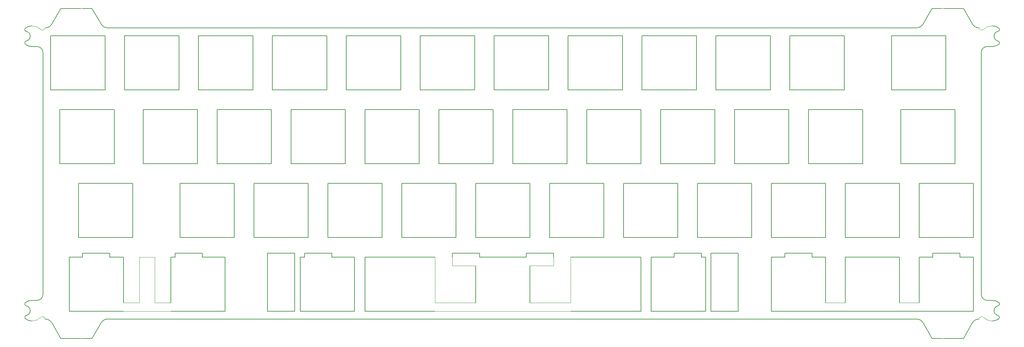
<source format=gbr>
%TF.GenerationSoftware,KiCad,Pcbnew,7.0.1*%
%TF.CreationDate,2023-07-24T13:20:30-05:00*%
%TF.ProjectId,Asymptote_Campitrayhulliander_Plate,4173796d-7074-46f7-9465-5f43616d7069,rev?*%
%TF.SameCoordinates,Original*%
%TF.FileFunction,Profile,NP*%
%FSLAX46Y46*%
G04 Gerber Fmt 4.6, Leading zero omitted, Abs format (unit mm)*
G04 Created by KiCad (PCBNEW 7.0.1) date 2023-07-24 13:20:30*
%MOMM*%
%LPD*%
G01*
G04 APERTURE LIST*
%TA.AperFunction,Profile*%
%ADD10C,0.200000*%
%TD*%
%TA.AperFunction,Profile*%
%ADD11C,0.100000*%
%TD*%
G04 APERTURE END LIST*
D10*
X30461201Y-141618750D02*
X32770602Y-145618750D01*
X30461217Y-141618741D02*
G75*
G03*
X28729150Y-140618750I-1732017J-999959D01*
G01*
X28162500Y-71793752D02*
X28162500Y-134293751D01*
X206375000Y-86518750D02*
X220375000Y-86518750D01*
X63212500Y-67468750D02*
X49212500Y-67468750D01*
X69269250Y-124618750D02*
X75118750Y-124618750D01*
X177800000Y-119568750D02*
X177800000Y-105568750D01*
X159724999Y-123618750D02*
X159724999Y-124618750D01*
X106075001Y-86518750D02*
X106075001Y-100518750D01*
X196562500Y-81468751D02*
X182562500Y-81468751D01*
X111124999Y-100518750D02*
X111124999Y-86518750D01*
X248949999Y-124618750D02*
X248949999Y-136381251D01*
X95574999Y-124618750D02*
X95574999Y-123618750D01*
X23670046Y-69730155D02*
G75*
G03*
X25312498Y-70293751I1642454J2111455D01*
G01*
X274282463Y-137242510D02*
G75*
G03*
X274492446Y-136357356I-97063J490510D01*
G01*
X87312500Y-67468749D02*
X101312500Y-67468749D01*
X108456250Y-138618750D02*
X94456250Y-138618750D01*
D11*
X129237502Y-131618751D02*
X129237502Y-124618750D01*
D10*
X219399998Y-124618750D02*
X219400000Y-123618751D01*
X272849999Y-141143761D02*
G75*
G03*
X274492446Y-140580148I1J2674961D01*
G01*
X200349999Y-138618751D02*
X200349999Y-123618750D01*
X253278650Y-65468731D02*
G75*
G03*
X255010700Y-64468750I50J1999931D01*
G01*
X200349999Y-123618750D02*
X207349999Y-123618750D01*
X234662500Y-81468751D02*
X220662499Y-81468751D01*
X38386375Y-145618750D02*
X40842398Y-145618750D01*
X271500001Y-70293750D02*
X272849999Y-70293750D01*
X197825000Y-123618751D02*
X197825000Y-124618750D01*
X264499999Y-124618750D02*
X268000000Y-124618750D01*
X257500000Y-124618749D02*
X257500000Y-123618751D01*
X75118750Y-124618750D02*
X75118750Y-138618751D01*
X38393250Y-124618750D02*
X38393250Y-123618750D01*
X82262500Y-67468749D02*
X82262499Y-81468750D01*
X120649999Y-119568750D02*
X120649999Y-105568750D01*
D11*
X139700000Y-126856251D02*
X133675000Y-126856251D01*
D10*
X248949999Y-124618750D02*
X234949998Y-124618750D01*
X234949999Y-119568750D02*
X234950000Y-105568751D01*
X249237500Y-86518751D02*
X263237498Y-86518750D01*
D11*
X27544313Y-65830684D02*
G75*
G03*
X28729148Y-65468749I511847J444724D01*
G01*
D10*
X253999999Y-138618751D02*
X229900000Y-138618750D01*
X274282481Y-66392602D02*
G75*
G03*
X274282462Y-68844994I242519J-1226198D01*
G01*
X177512500Y-67468750D02*
X177512500Y-81468750D01*
D11*
X38386375Y-145618750D02*
X37888881Y-145618750D01*
D10*
X86050000Y-123618750D02*
X93050000Y-123618751D01*
D11*
X270618150Y-140256845D02*
G75*
G03*
X269433351Y-140618750I-511850J-444655D01*
G01*
D10*
X23880042Y-68845028D02*
G75*
G03*
X23670052Y-69730148I96958J-490472D01*
G01*
D11*
X48925003Y-138618751D02*
X61118748Y-138618751D01*
D10*
X44883850Y-140618769D02*
G75*
G03*
X43151800Y-141618750I-50J-1999931D01*
G01*
X106362500Y-81468751D02*
X106362500Y-67468750D01*
X144462500Y-81468750D02*
X144462500Y-67468750D01*
X43151799Y-64468750D02*
X40842398Y-60468750D01*
X259776125Y-60468750D02*
X257320102Y-60468750D01*
X274282481Y-137242601D02*
G75*
G03*
X274282462Y-139694995I242519J-1226199D01*
G01*
X111124999Y-138618750D02*
X111124999Y-124618750D01*
X32770602Y-60468750D02*
X30461201Y-64468750D01*
X139412499Y-67468750D02*
X125412499Y-67468750D01*
X26662499Y-135793750D02*
X25312498Y-135793750D01*
X263237498Y-86518750D02*
X263237498Y-100518750D01*
D11*
X164162498Y-138618752D02*
X129237502Y-138618752D01*
D10*
X215899999Y-138618750D02*
X215899999Y-124618750D01*
X257500000Y-124618749D02*
X254000000Y-124618751D01*
X274492452Y-65507347D02*
G75*
G03*
X272849999Y-64943752I-1642452J-2111453D01*
G01*
X184943748Y-124618750D02*
X190825000Y-124618750D01*
X38393250Y-123618750D02*
X45393250Y-123618751D01*
X260856250Y-67468750D02*
X260856250Y-81468750D01*
X106362500Y-67468750D02*
X120362500Y-67468750D01*
X34925000Y-138618751D02*
X34925001Y-124618750D01*
X37306250Y-105568751D02*
X51306250Y-105568751D01*
X68262500Y-67468749D02*
X82262500Y-67468749D01*
X32770602Y-145618750D02*
X37888881Y-145618750D01*
X37306250Y-119568751D02*
X37306250Y-105568751D01*
D11*
X153700000Y-136381251D02*
X159724999Y-136381251D01*
D10*
X246856250Y-81468750D02*
X246856250Y-67468750D01*
X92075000Y-100518750D02*
X92075000Y-86518750D01*
X133675000Y-124618750D02*
X133675000Y-123618751D01*
X226400000Y-124618749D02*
X229900000Y-124618750D01*
X120362500Y-67468750D02*
X120362500Y-81468751D01*
X229900000Y-119568750D02*
X215899999Y-119568750D01*
X63212500Y-81468750D02*
X63212500Y-67468750D01*
X268000000Y-124618750D02*
X268000000Y-138618751D01*
X229900000Y-105568750D02*
X229900000Y-119568750D01*
X129237502Y-138618752D02*
X111124999Y-138618750D01*
X53975000Y-86518750D02*
X53975000Y-100518750D01*
X23670058Y-140580137D02*
G75*
G03*
X25312499Y-141143750I1642442J2111337D01*
G01*
X234950000Y-105568751D02*
X248949999Y-105568750D01*
X149225000Y-86518751D02*
X163224998Y-86518750D01*
X111124999Y-86518750D02*
X125125000Y-86518750D01*
D11*
X272849999Y-64943751D02*
G75*
G03*
X270618189Y-65830692I-87499J-3031249D01*
G01*
D10*
X191800000Y-119568750D02*
X177800000Y-119568750D01*
X40842398Y-145618750D02*
X43151799Y-141618750D01*
X254000000Y-105568751D02*
X268000000Y-105568751D01*
X207349999Y-123618750D02*
X207350000Y-138618751D01*
D11*
X129237502Y-136381251D02*
X129237502Y-131618751D01*
D10*
X23670055Y-136357359D02*
G75*
G03*
X23880036Y-137242506I307045J-394641D01*
G01*
X158750000Y-105568751D02*
X158750000Y-119568751D01*
X139700000Y-136381251D02*
X139700000Y-126856251D01*
D11*
X57006252Y-136381251D02*
X61118748Y-136381251D01*
D10*
X168274999Y-100518750D02*
X168274999Y-86518750D01*
X23670056Y-65507361D02*
G75*
G03*
X23880036Y-66392504I307044J-394639D01*
G01*
X164162502Y-124618750D02*
X182275000Y-124618750D01*
X201325000Y-100518749D02*
X187325001Y-100518750D01*
X201325000Y-86518751D02*
X201325000Y-100518749D01*
X177800000Y-105568750D02*
X191800000Y-105568750D01*
X158462500Y-81468750D02*
X144462500Y-81468750D01*
X134649999Y-119568750D02*
X120649999Y-119568750D01*
X201612500Y-67468750D02*
X215612500Y-67468750D01*
D11*
X164162502Y-136381251D02*
X159724999Y-136381251D01*
D10*
X102575000Y-123618751D02*
X102574999Y-124618750D01*
X254000000Y-136381251D02*
X254000000Y-124618751D01*
D11*
X229900000Y-136381251D02*
X234949999Y-136381251D01*
D10*
X210850000Y-105568750D02*
X210850000Y-119568750D01*
X215612500Y-81468751D02*
X201612500Y-81468751D01*
X28162549Y-71793752D02*
G75*
G03*
X26662499Y-70293751I-1500049J-48D01*
G01*
X152725000Y-123618751D02*
X159724999Y-123618750D01*
X149225000Y-100518750D02*
X149225000Y-86518751D01*
X215899999Y-124618750D02*
X219399998Y-124618750D01*
X196562500Y-67468749D02*
X196562500Y-81468751D01*
D11*
X53037502Y-124618750D02*
X57006252Y-124618750D01*
D10*
X26662499Y-135793750D02*
G75*
G03*
X28162500Y-134293751I1J1500000D01*
G01*
X215899999Y-119568750D02*
X215899999Y-105568750D01*
X152725000Y-124618749D02*
X152725000Y-123618751D01*
X44883850Y-140618750D02*
X253278650Y-140618750D01*
X69269250Y-123618750D02*
X69269250Y-124618750D01*
X44162500Y-81468750D02*
X30162500Y-81468750D01*
D11*
X269433298Y-65468756D02*
G75*
G03*
X270618190Y-65830690I673002J82756D01*
G01*
D10*
X187325001Y-86518750D02*
X201325000Y-86518751D01*
X140675000Y-123618750D02*
X140675000Y-124618750D01*
X265391898Y-60468750D02*
X260273619Y-60468750D01*
X220375000Y-86518750D02*
X220375000Y-100518750D01*
X153700000Y-105568751D02*
X153700000Y-119568751D01*
X61118748Y-124618750D02*
X61118748Y-136381251D01*
X267701283Y-64468759D02*
G75*
G03*
X269433350Y-65468750I1732017J999959D01*
G01*
X269999950Y-134293750D02*
G75*
G03*
X271500000Y-135793750I1500050J50D01*
G01*
X182562500Y-67468749D02*
X196562500Y-67468749D01*
X96550000Y-105568750D02*
X96550000Y-119568750D01*
X28729150Y-65468731D02*
G75*
G03*
X30461200Y-64468750I50J1999931D01*
G01*
X270000000Y-134293750D02*
X270000000Y-71793750D01*
X274492443Y-69730140D02*
G75*
G03*
X274282462Y-68844995I-307043J394640D01*
G01*
X190825000Y-124618750D02*
X190825000Y-123618750D01*
D11*
X37888625Y-60468750D02*
X38386119Y-60468750D01*
D10*
X25312498Y-64943762D02*
G75*
G03*
X23670052Y-65507356I2J-2675038D01*
G01*
X101312500Y-67468749D02*
X101312500Y-81468751D01*
X46543749Y-86518750D02*
X46543749Y-100518750D01*
X34925001Y-124618750D02*
X38393250Y-124618750D01*
X158750000Y-119568751D02*
X172750000Y-119568751D01*
X198943749Y-124618750D02*
X198943749Y-138618751D01*
X182275000Y-138618751D02*
X164162498Y-138618752D01*
X225424999Y-100518750D02*
X225424999Y-86518750D01*
X73025000Y-86518751D02*
X87024999Y-86518750D01*
X48925003Y-138618751D02*
X34925000Y-138618751D01*
X73025000Y-100518749D02*
X73025000Y-86518751D01*
X63500000Y-119568750D02*
X63499999Y-105568751D01*
X144174999Y-100518750D02*
X144174999Y-86518750D01*
X153700000Y-119568751D02*
X139700000Y-119568751D01*
X51306250Y-119568751D02*
X37306250Y-119568751D01*
X206375000Y-100518750D02*
X206375000Y-86518750D01*
X37888625Y-60468750D02*
X32770602Y-60468750D01*
X255010717Y-141618741D02*
G75*
G03*
X253278650Y-140618750I-1732017J-999959D01*
G01*
X220662499Y-67468750D02*
X234662500Y-67468750D01*
X163512499Y-81468750D02*
X163512500Y-67468749D01*
D11*
X260273875Y-145618750D02*
X259776381Y-145618750D01*
D10*
X43151783Y-64468759D02*
G75*
G03*
X44883850Y-65468750I1732017J999959D01*
G01*
X82550000Y-105568750D02*
X96550000Y-105568750D01*
X265391898Y-145618750D02*
X267701299Y-141618750D01*
X219400000Y-123618751D02*
X226400000Y-123618751D01*
X239424999Y-86518750D02*
X239424999Y-100518750D01*
X274492440Y-140580141D02*
G75*
G03*
X274282462Y-139694996I-307040J394641D01*
G01*
X87312500Y-81468751D02*
X87312500Y-67468749D01*
X249237498Y-100518750D02*
X249237500Y-86518751D01*
X32543748Y-86518750D02*
X46543749Y-86518750D01*
D11*
X28729202Y-140618744D02*
G75*
G03*
X27544310Y-140256810I-673002J-82756D01*
G01*
D10*
X77500000Y-105568751D02*
X77500000Y-119568751D01*
X23880036Y-139694993D02*
G75*
G03*
X23880036Y-137242507I-242536J1226243D01*
G01*
X197825000Y-124618750D02*
X198943749Y-124618750D01*
X234949999Y-136381251D02*
X234950000Y-124618751D01*
X257320102Y-60468750D02*
X255010701Y-64468750D01*
D11*
X164162498Y-124618750D02*
X164162498Y-131618751D01*
D10*
X272849999Y-70293760D02*
G75*
G03*
X274492447Y-69730146I1J2674960D01*
G01*
X246856250Y-67468750D02*
X260856250Y-67468750D01*
X163512500Y-67468749D02*
X177512500Y-67468750D01*
X45393250Y-123618751D02*
X45393250Y-124618750D01*
X125125000Y-86518750D02*
X125125000Y-100518750D01*
X133675000Y-123618751D02*
X140675000Y-123618750D01*
X130174999Y-100518750D02*
X144174999Y-100518750D01*
X144174999Y-86518750D02*
X130174999Y-86518750D01*
X269433350Y-140618769D02*
G75*
G03*
X267701300Y-141618750I-50J-1999931D01*
G01*
X96550000Y-119568750D02*
X82550000Y-119568750D01*
X30162500Y-81468750D02*
X30162499Y-67468750D01*
X144462500Y-67468750D02*
X158462500Y-67468750D01*
X125412499Y-81468751D02*
X139412499Y-81468751D01*
X182562500Y-81468751D02*
X182562500Y-67468749D01*
X106075001Y-100518750D02*
X92075000Y-100518750D01*
X267701299Y-64468750D02*
X265391898Y-60468750D01*
X215899999Y-105568750D02*
X229900000Y-105568750D01*
X187325001Y-100518750D02*
X187325001Y-86518750D01*
X48925003Y-124618750D02*
X48925003Y-136381251D01*
X272849999Y-135793750D02*
X271500000Y-135793750D01*
X102574999Y-124618750D02*
X108456250Y-124618750D01*
D11*
X57006252Y-136381251D02*
X57006252Y-124618750D01*
D10*
X115600000Y-105568750D02*
X115600000Y-119568750D01*
D11*
X164162498Y-131618751D02*
X164162502Y-136381251D01*
D10*
X93050000Y-123618751D02*
X93050000Y-138618750D01*
X172750000Y-119568751D02*
X172750000Y-105568751D01*
D11*
X133675001Y-136381251D02*
X139700000Y-136381251D01*
D10*
X51306250Y-105568751D02*
X51306250Y-119568751D01*
X23880043Y-139695029D02*
G75*
G03*
X23670051Y-140580146I96957J-490471D01*
G01*
X201612500Y-81468751D02*
X201612500Y-67468750D01*
X32543748Y-100518750D02*
X32543748Y-86518750D01*
D11*
X53037502Y-124618750D02*
X53037502Y-136381251D01*
D10*
X182275000Y-100518750D02*
X168274999Y-100518750D01*
X163224998Y-100518750D02*
X149225000Y-100518750D01*
X253278650Y-65468750D02*
X44883850Y-65468750D01*
X182275000Y-124618750D02*
X182275000Y-138618751D01*
X53975000Y-100518750D02*
X67975000Y-100518750D01*
X248949999Y-119568750D02*
X234949999Y-119568750D01*
X120649999Y-105568750D02*
X134649999Y-105568750D01*
X62269250Y-124618750D02*
X61118748Y-124618750D01*
X177512500Y-81468750D02*
X163512499Y-81468750D01*
X125412499Y-67468750D02*
X125412499Y-81468751D01*
X215612500Y-67468750D02*
X215612500Y-81468751D01*
X101600000Y-105568750D02*
X115600000Y-105568750D01*
X229900000Y-124618750D02*
X229900000Y-136381251D01*
X168274999Y-86518750D02*
X182275000Y-86518750D01*
X210850000Y-119568750D02*
X196850000Y-119568750D01*
X263237498Y-100518750D02*
X249237498Y-100518750D01*
X184943750Y-138618750D02*
X184943748Y-124618750D01*
X134649999Y-105568750D02*
X134649999Y-119568750D01*
X139700000Y-105568751D02*
X153700000Y-105568751D01*
X45393250Y-124618750D02*
X48925003Y-124618750D01*
X260856250Y-81468750D02*
X246856250Y-81468750D01*
X25312498Y-135793739D02*
G75*
G03*
X23670051Y-136357355I2J-2674961D01*
G01*
X234662500Y-67468750D02*
X234662500Y-81468751D01*
X30162499Y-67468750D02*
X44162499Y-67468750D01*
X139700000Y-119568751D02*
X139700000Y-105568751D01*
X87024999Y-100518750D02*
X73025000Y-100518749D01*
X163224998Y-86518750D02*
X163224998Y-100518750D01*
X229900000Y-138618750D02*
X215899999Y-138618750D01*
X23880036Y-68844995D02*
G75*
G03*
X23880036Y-66392505I-242536J1226245D01*
G01*
X190825000Y-123618750D02*
X197825000Y-123618751D01*
X49212500Y-81468750D02*
X63212500Y-81468750D01*
X239424999Y-100518750D02*
X225424999Y-100518750D01*
D11*
X48925003Y-136381251D02*
X53037502Y-136381251D01*
D10*
X115600000Y-119568750D02*
X101600000Y-119568750D01*
X255010701Y-141618750D02*
X257320102Y-145618750D01*
X46543749Y-100518750D02*
X32543748Y-100518750D01*
X220375000Y-100518750D02*
X206375000Y-100518750D01*
X139412499Y-81468751D02*
X139412499Y-67468750D01*
X67975000Y-86518750D02*
X53975000Y-86518750D01*
X257500000Y-123618751D02*
X264499999Y-123618750D01*
D11*
X270618189Y-140256811D02*
G75*
G03*
X272849999Y-141143750I2144311J2144311D01*
G01*
D10*
X274492441Y-136357363D02*
G75*
G03*
X272849999Y-135793750I-1642441J-2111337D01*
G01*
X191800000Y-105568750D02*
X191800000Y-119568750D01*
X268000000Y-105568751D02*
X268000000Y-119568751D01*
D11*
X159724999Y-126856251D02*
X159724999Y-124618750D01*
D10*
X198943749Y-138618751D02*
X184943750Y-138618750D01*
X264499999Y-123618750D02*
X264499999Y-124618750D01*
X268000000Y-119568751D02*
X254000000Y-119568751D01*
X182275000Y-86518750D02*
X182275000Y-100518750D01*
X82262499Y-81468750D02*
X68262500Y-81468751D01*
X125125000Y-100518750D02*
X111124999Y-100518750D01*
X94456250Y-124618750D02*
X95574999Y-124618750D01*
X49212500Y-67468750D02*
X49212500Y-81468750D01*
D11*
X248949999Y-136381251D02*
X254000000Y-136381251D01*
D10*
X93050000Y-138618750D02*
X86050000Y-138618751D01*
D11*
X133675001Y-136381251D02*
X129237502Y-136381251D01*
X25312499Y-141143749D02*
G75*
G03*
X27544310Y-140256810I87501J3031249D01*
G01*
D10*
X101600000Y-119568750D02*
X101600000Y-105568750D01*
X92075000Y-86518750D02*
X106075001Y-86518750D01*
X63499999Y-105568751D02*
X77500000Y-105568751D01*
X120362500Y-81468751D02*
X106362500Y-81468751D01*
D11*
X159724999Y-126856251D02*
X153700000Y-126856251D01*
D10*
X220662499Y-81468751D02*
X220662499Y-67468750D01*
X207350000Y-138618751D02*
X200349999Y-138618751D01*
X153700000Y-126856251D02*
X153700000Y-136381251D01*
X67975000Y-100518750D02*
X67975000Y-86518750D01*
X226400000Y-123618751D02*
X226400000Y-124618749D01*
X158462500Y-67468750D02*
X158462500Y-81468750D01*
X257320102Y-145618750D02*
X259776381Y-145618750D01*
X82550000Y-119568750D02*
X82550000Y-105568750D01*
X108456250Y-124618750D02*
X108456250Y-138618750D01*
X196850000Y-105568750D02*
X210850000Y-105568750D01*
X254000000Y-119568751D02*
X254000000Y-105568751D01*
X140675000Y-124618750D02*
X152725000Y-124618749D01*
X130174999Y-86518750D02*
X130174999Y-100518750D01*
X268000000Y-138618751D02*
X253999999Y-138618751D01*
X271500001Y-70293800D02*
G75*
G03*
X270000000Y-71793750I-1J-1500000D01*
G01*
D11*
X133675000Y-124618750D02*
X133675000Y-126856251D01*
D10*
X225424999Y-86518750D02*
X239424999Y-86518750D01*
X68262500Y-81468751D02*
X68262500Y-67468749D01*
X25312498Y-70293751D02*
X26662499Y-70293751D01*
X95574999Y-123618750D02*
X102575000Y-123618751D01*
X61118748Y-138618751D02*
X75118750Y-138618751D01*
X248949999Y-105568750D02*
X248949999Y-119568750D01*
X172750000Y-105568751D02*
X158750000Y-105568751D01*
X94456250Y-138618750D02*
X94456250Y-124618750D01*
D11*
X27544308Y-65830689D02*
G75*
G03*
X25312498Y-64943751I-2144308J-2144311D01*
G01*
D10*
X86050000Y-138618751D02*
X86050000Y-123618750D01*
X62269250Y-124618750D02*
X62269250Y-123618751D01*
X62269250Y-123618751D02*
X69269250Y-123618750D01*
X274282463Y-66392510D02*
G75*
G03*
X274492445Y-65507356I-97063J490510D01*
G01*
X87024999Y-86518750D02*
X87024999Y-100518750D01*
X40842398Y-60468750D02*
X38386119Y-60468750D01*
X77500000Y-119568751D02*
X63500000Y-119568750D01*
X44162499Y-67468750D02*
X44162500Y-81468750D01*
X196850000Y-119568750D02*
X196850000Y-105568750D01*
X260273875Y-145618750D02*
X265391898Y-145618750D01*
D11*
X259776125Y-60468750D02*
X260273619Y-60468750D01*
D10*
X111124999Y-124618750D02*
X129237502Y-124618750D01*
X101312500Y-81468751D02*
X87312500Y-81468751D01*
M02*

</source>
